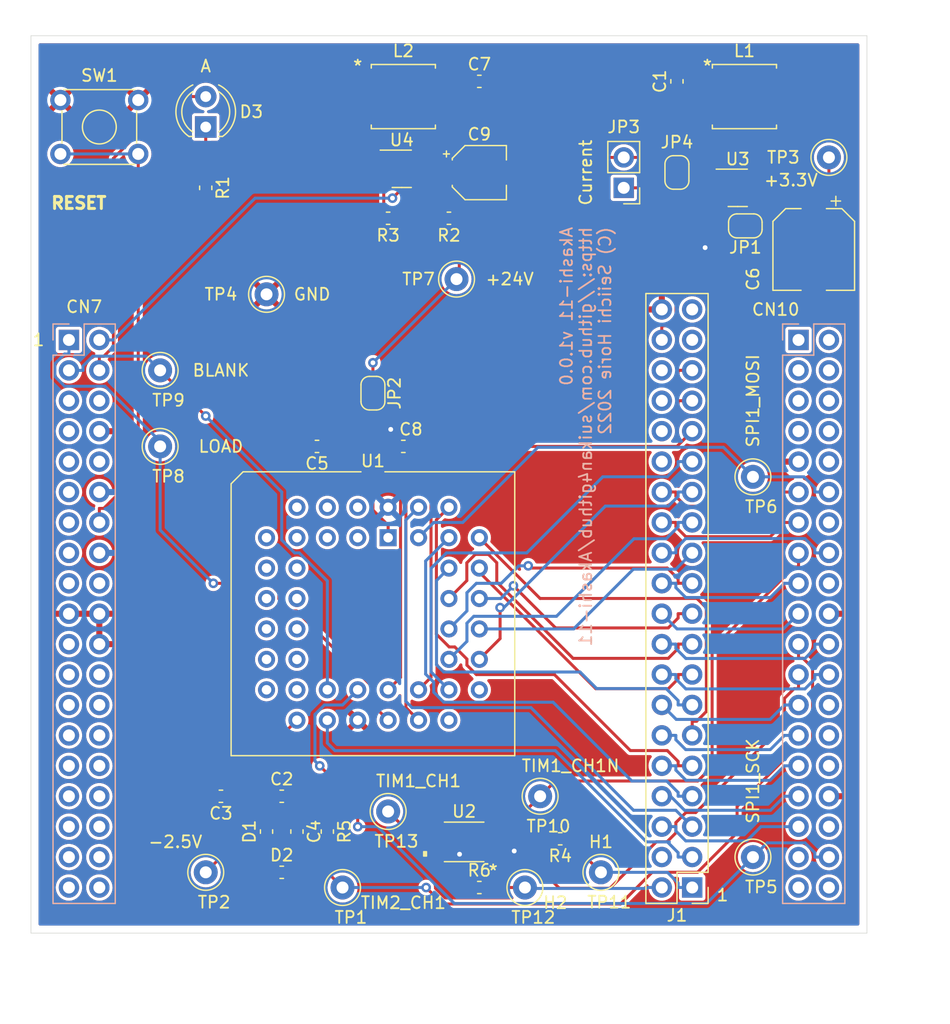
<source format=kicad_pcb>
(kicad_pcb (version 20211014) (generator pcbnew)
  (layers (0 "F.Cu" signal) (31 "B.Cu" signal) (34 "B.Paste" user) (35 "F.Paste" user) (36 "B.SilkS" user "B.Silkscreen") (37 "F.SilkS" user "F.Silkscreen") (38 "B.Mask" user) (39 "F.Mask" user) (44 "Edge.Cuts" user))
  (net 0 "")
  (net 1 "+BATT")
  (net 2 "GND")
  (net 3 "-2V5")
  (net 4 "/EN24")
  (net 8 "Net-(C4-Pad1)")
  (net 12 "Net-(C4-Pad2)")
  (net 14 "+24V")
  (net 16 "+3V3")
  (net 19 "/LOAD")
  (net 20 "/STATUS")
  (net 22 "/BLANK")
  (net 47 "Net-(CN7-Pad14)")
  (net 49 "/D0")
  (net 50 "/SPI1_MOSI")
  (net 51 "/D1")
  (net 53 "/TIM1_CH1N")
  (net 54 "/D2")
  (net 55 "/D3")
  (net 57 "/D4")
  (net 58 "/TIM1_CH2")
  (net 59 "/D5")
  (net 60 "/TIM1_CH1")
  (net 61 "/D6")
  (net 62 "/D7")
  (net 63 "/D8")
  (net 65 "/KEY3")
  (net 67 "/KEY2")
  (net 69 "/KEY1")
  (net 70 "/SPI1_SCK")
  (net 71 "Net-(D3-Pad1)")
  (net 74 "/H1")
  (net 77 "/H2")
  (net 78 "/Seg_a")
  (net 80 "/Seg_g")
  (net 81 "/Seg_f")
  (net 82 "/Seg_e")
  (net 83 "/Seg_d")
  (net 84 "/DP")
  (net 85 "/Seg_c")
  (net 88 "/Seg_b")
  (net 93 "Net-(L1-Pad2)")
  (net 94 "Net-(L2-Pad2)")
  (net 95 "Net-(R2-Pad2)")
  (net 96 "Net-(R4-Pad2)")
  (net 118 "/KD0")
  (net 119 "/KD1")
  (net 120 "/KD2")
  (net 121 "/KD3")
  (net 122 "/KD4")
  (net 123 "/KD5")
  (net 124 "/KD6")
  (net 125 "/KD7")
  (net 126 "/KD8")
  (net 127 "Net-(C6-Pad1)")
  (net 128 "Net-(C9-Pad1)")
  (net 129 "Net-(J1-Pad38)")
  (net 130 "Net-(R6-Pad1)")
  (footprint "Capacitor_SMD:C_0603_1608Metric_Pad1.08x0.95mm_HandSolder" (layer "F.Cu") (at 140.1075 69.85 180)
    (fp_text reference "C5")
    (fp_text value "0.1u")
  )
  (footprint "Capacitor_SMD:C_0603_1608Metric_Pad1.08x0.95mm_HandSolder" (layer "F.Cu") (at 130.81 48.26 -90)
    (fp_text reference "R1")
    (fp_text value "1k")
  )
  (footprint "Capacitor_SMD:C_0603_1608Metric_Pad1.08x0.95mm_HandSolder" (layer "F.Cu") (at 146.05 50.8 180)
    (fp_text reference "R3")
    (fp_text value "2.15k")
  )
  (footprint "TestPoint:TestPoint_Loop_D1.80mm_Drill1.0mm_Beaded" (layer "F.Cu") (at 158.75 99.06)
    (fp_text reference "TP10")
    (fp_text value "TestPoint")
  )
  (footprint "Capacitor_SMD:C_0603_1608Metric_Pad1.08x0.95mm_HandSolder" (layer "F.Cu") (at 153.67 39.37)
    (fp_text reference "C7")
    (fp_text value "0.1u")
  )
  (footprint "Capacitor_SMD:C_0603_1608Metric_Pad1.08x0.95mm_HandSolder" (layer "F.Cu") (at 160.4275 102.61 180)
    (fp_text reference "R4")
    (fp_text value "18")
  )
  (footprint "TestPoint:TestPoint_Loop_D1.80mm_Drill1.0mm_Beaded" (layer "F.Cu") (at 130.81 105.41)
    (fp_text reference "TP2")
    (fp_text value "TestPoint")
  )
  (footprint "Package_TO_SOT_SMD:SOT-23-6" (layer "F.Cu") (at 147.1875 46.67)
    (fp_text reference "U4")
    (fp_text value "TLV61046ADB")
  )
  (footprint "TestPoint:TestPoint_Loop_D1.80mm_Drill1.0mm_Beaded" (layer "F.Cu") (at 127 63.5)
    (fp_text reference "TP9")
    (fp_text value "TestPoint")
  )
  (footprint "Package_TO_SOT_SMD:SOT-23-5" (layer "F.Cu") (at 175.26 48.26)
    (fp_text reference "U3")
    (fp_text value "TPS613221ADBV")
  )
  (footprint "LOCAL_LIB:LQH5BPN100M38L" (layer "F.Cu") (at 147.32 40.64 180)
    (fp_text reference "L2")
    (fp_text value "10u" hide)
  )
  (footprint "TestPoint:TestPoint_Loop_D1.80mm_Drill1.0mm_Beaded" (layer "F.Cu") (at 146.05 100.33)
    (fp_text reference "TP13")
    (fp_text value "TestPoint")
  )
  (footprint "TestPoint:TestPoint_Loop_D1.80mm_Drill1.0mm_Beaded" (layer "F.Cu") (at 157.48 106.68)
    (fp_text reference "TP12")
    (fp_text value "TestPoint")
  )
  (footprint "TestPoint:TestPoint_Loop_D1.80mm_Drill1.0mm_Beaded" (layer "F.Cu") (at 151.765 55.88)
    (fp_text reference "TP7")
    (fp_text value "TestPoint")
  )
  (footprint "Capacitor_SMD:C_0603_1608Metric_Pad1.08x0.95mm_HandSolder" (layer "F.Cu") (at 137.16 99.06)
    (fp_text reference "C2")
    (fp_text value "1u")
  )
  (footprint "Capacitor_SMD:CP_Elec_6.3x3" (layer "F.Cu") (at 181.61 53.4049 -90)
    (fp_text reference "C6")
    (fp_text value "22u")
  )
  (footprint "Jumper:SolderJumper-2_P1.3mm_Bridged_RoundedPad1.0x1.5mm" (layer "F.Cu") (at 175.895 51.435 180)
    (fp_text reference "JP1")
    (fp_text value "Jumper_2_Bridged")
  )
  (footprint "Connector_PinHeader_2.54mm:PinHeader_2x20_P2.54mm_Vertical" (layer "F.Cu") (at 171.455 106.675 180)
    (fp_text reference "J1")
    (fp_text value "Conn_02x20_Odd_Even")
  )
  (footprint "Capacitor_SMD:C_0603_1608Metric_Pad1.08x0.95mm_HandSolder" (layer "F.Cu") (at 140.97 102.0075 -90)
    (fp_text reference "R5")
    (fp_text value "330")
  )
  (footprint "Capacitor_SMD:C_0603_1608Metric_Pad1.08x0.95mm_HandSolder" (layer "F.Cu") (at 138.43 102.0075 -90)
    (fp_text reference "C4")
    (fp_text value "1u")
  )
  (footprint "Capacitor_SMD:C_0603_1608Metric_Pad1.08x0.95mm_HandSolder" (layer "F.Cu") (at 170.18 39.37 90)
    (fp_text reference "C1")
    (fp_text value "0.1u")
  )
  (footprint "Capacitor_SMD:C_0603_1608Metric_Pad1.08x0.95mm_HandSolder" (layer "F.Cu") (at 137.16 105.41)
    (fp_text reference "D2")
    (fp_text value "D_Schottky")
  )
  (footprint "Capacitor_SMD:C_0603_1608Metric_Pad1.08x0.95mm_HandSolder" (layer "F.Cu") (at 151.13 50.8 180)
    (fp_text reference "R2")
    (fp_text value "61.9k")
  )
  (footprint "LED_THT:LED_D4.0mm" (layer "F.Cu") (at 130.81 43.18 90)
    (fp_text reference "D3")
    (fp_text value "LED")
  )
  (footprint "Capacitor_SMD:C_0603_1608Metric_Pad1.08x0.95mm_HandSolder" (layer "F.Cu") (at 147.32 69.85)
    (fp_text reference "C8")
    (fp_text value "0.1u")
  )
  (footprint "Capacitor_SMD:C_0603_1608Metric_Pad1.08x0.95mm_HandSolder" (layer "F.Cu") (at 153.67 106.68)
    (fp_text reference "R6")
    (fp_text value "18")
  )
  (footprint "LOCAL_LIB:MAX4719EUB" (layer "F.Cu") (at 152.4 102.87 180)
    (fp_text reference "U2")
    (fp_text value "MAX4719EUB+" hide)
  )
  (footprint "TestPoint:TestPoint_Loop_D1.80mm_Drill1.0mm_Beaded" (layer "F.Cu") (at 135.89 57.15)
    (fp_text reference "TP4")
    (fp_text value "TestPoint")
  )
  (footprint "TestPoint:TestPoint_Loop_D1.80mm_Drill1.0mm_Beaded" (layer "F.Cu") (at 176.53 104.14)
    (fp_text reference "TP5")
    (fp_text value "TestPoint")
  )
  (footprint "Connector_PinHeader_2.54mm:PinHeader_1x02_P2.54mm_Vertical" (layer "F.Cu") (at 165.735 48.26 180)
    (fp_text reference "JP3")
    (fp_text value "Jumper_2_Open")
  )
  (footprint "Capacitor_SMD:CP_Elec_4x3.9" (layer "F.Cu") (at 153.67 46.99)
    (fp_text reference "C9")
    (fp_text value "10u")
  )
  (footprint "Capacitor_SMD:C_0603_1608Metric_Pad1.08x0.95mm_HandSolder" (layer "F.Cu") (at 135.89 102.0075 90)
    (fp_text reference "D1")
    (fp_text value "D_Schottky")
  )
  (footprint "TestPoint:TestPoint_Loop_D1.80mm_Drill1.0mm_Beaded" (layer "F.Cu") (at 182.88 45.72)
    (fp_text reference "TP3")
    (fp_text value "TestPoint")
  )
  (footprint "LOCAL_LIB:LQH5BPN100M38L" (layer "F.Cu") (at 175.8188 40.64)
    (fp_text reference "L1")
    (fp_text value "4.7u" hide)
  )
  (footprint "Capacitor_SMD:C_0603_1608Metric_Pad1.08x0.95mm_HandSolder" (layer "F.Cu") (at 132.08 99.06 180)
    (fp_text reference "C3")
    (fp_text value "0.1u")
  )
  (footprint "TestPoint:TestPoint_Loop_D1.80mm_Drill1.0mm_Beaded" (layer "F.Cu") (at 176.53 72.39)
    (fp_text reference "TP6")
    (fp_text value "TestPoint")
  )
  (footprint "Jumper:SolderJumper-2_P1.3mm_Bridged_RoundedPad1.0x1.5mm" (layer "F.Cu") (at 170.18 46.975 90)
    (fp_text reference "JP4")
    (fp_text value "SolderJumper_2_Bridged")
  )
  (footprint "Package_LCC:PLCC-44_THT-Socket" (layer "F.Cu") (at 146.05 77.47)
    (fp_text reference "U1")
    (fp_text value "MAX6934AQH+D")
  )
  (footprint "TestPoint:TestPoint_Loop_D1.80mm_Drill1.0mm_Beaded" (layer "F.Cu") (at 163.83 105.41)
    (fp_text reference "TP11")
    (fp_text value "TestPoint")
  )
  (footprint "TestPoint:TestPoint_Loop_D1.80mm_Drill1.0mm_Beaded" (layer "F.Cu") (at 127 69.85)
    (fp_text reference "TP8")
    (fp_text value "TestPoint")
  )
  (footprint "Button_Switch_THT:SW_TH_Tactile_Omron_B3F-10xx" (layer "F.Cu") (at 118.67 40.93)
    (fp_text reference "SW1")
    (fp_text value "SW")
  )
  (footprint "TestPoint:TestPoint_Loop_D1.80mm_Drill1.0mm_Beaded" (layer "F.Cu") (at 142.24 106.68)
    (fp_text reference "TP1")
    (fp_text value "TestPoint")
  )
  (footprint "Jumper:SolderJumper-2_P1.3mm_Bridged_RoundedPad1.0x1.5mm" (layer "F.Cu") (at 144.78 65.405 -90)
    (fp_text reference "JP2")
    (fp_text value "Jumper_2_Bridged")
  )
  (footprint "Connector_PinSocket_2.54mm:PinSocket_2x19_P2.54mm_Vertical" (layer "B.Cu") (at 180.34 60.96 180)
    (fp_text reference "CN10")
    (fp_text value "PPPC192LFBN-RC")
  )
  (footprint "Connector_PinSocket_2.54mm:PinSocket_2x19_P2.54mm_Vertical" (layer "B.Cu") (at 119.38 60.96 180)
    (fp_text reference "CN7")
    (fp_text value "PPPC192LFBN-RC")
  )
  (gr_line (start 186.055 110.49) (end 116.205 110.49) (layer "Edge.Cuts") (width 0.05))
  (gr_line (start 186.055 35.56) (end 186.055 110.49) (layer "Edge.Cuts") (width 0.05))
  (gr_line (start 116.205 35.56) (end 186.055 35.56) (layer "Edge.Cuts") (width 0.05))
  (gr_line (start 116.205 110.49) (end 116.205 35.56) (layer "Edge.Cuts") (width 0.05))
  (gr_text "Akashi-11 v1.0.0\nhttps://github.com/suikan4github/Akashi-11\n(C) Seiichi Horie 2022" (at 162.56 51.435 90) (layer "B.SilkS") (effects (font (size 1 1)) (justify left mirror)))
  (gr_text "1" (at 116.84 60.96) (layer "F.SilkS") (effects (font (size 1 1))))
  (gr_text "SPI1_MOSI" (at 176.53 66.04 90) (layer "F.SilkS") (effects (font (size 1 1))))
  (gr_text "+24V" (at 156.21 55.88) (layer "F.SilkS") (effects (font (size 1 1))))
  (gr_text "-2.5V" (at 128.27 102.87) (layer "F.SilkS") (effects (font (size 1 1))))
  (gr_text "H2" (at 160.02 107.95) (layer "F.SilkS") (effects (font (size 1 1))))
  (gr_text "BLANK" (at 132.08 63.5) (layer "F.SilkS") (effects (font (size 1 1))))
  (gr_text "Current" (at 162.56 46.99 90) (layer "F.SilkS") (effects (font (size 1 1))))
  (gr_text "TIM1_CH1" (at 148.59 97.79) (layer "F.SilkS") (effects (font (size 1 1))))
  (gr_text "+3.3V" (at 179.705 47.625) (layer "F.SilkS") (effects (font (size 1 1))))
  (gr_text "RESET		" (at 123.825 49.53) (layer "F.SilkS") (effects (font (size 1 1) (thickness 0.25))))
  (gr_text "LOAD" (at 132.08 69.85) (layer "F.SilkS") (effects (font (size 1 1))))
  (gr_text "SPI1_SCK" (at 176.53 97.79 90) (layer "F.SilkS") (effects (font (size 1 1))))
  (gr_text "TIM2_CH1" (at 147.32 107.95) (layer "F.SilkS") (effects (font (size 1 1))))
  (gr_text "H1" (at 163.83 102.87) (layer "F.SilkS") (effects (font (size 1 1))))
  (gr_text "A" (at 130.81 38.1) (layer "F.SilkS") (effects (font (size 1 1))))
  (gr_text "1" (at 173.99 107.315) (layer "F.SilkS") (effects (font (size 1 1))))
  (gr_text "TIM1_CH1N" (at 161.29 96.52) (layer "F.SilkS") (effects (font (size 1 1))))
  (gr_text "GND" (at 139.7 57.15) (layer "F.SilkS") (effects (font (size 1 1))))
  (segment (start 170.18 45.72) (end 166.9101 45.72) (width 0.25) (layer "F.Cu") (net 1))
  (segment (start 149.5708 44.4742) (end 148.325 45.72) (width 0.25) (layer "F.Cu") (net 1))
  (segment (start 170.18 46.325) (end 170.18 45.72) (width 0.25) (layer "F.Cu") (net 1))
  (segment (start 152.8075 39.37) (end 152.515 39.37) (width 0.25) (layer "F.Cu") (net 1))
  (segment (start 170.18 45.72) (end 170.18 40.64) (width 0.25) (layer "F.Cu") (net 1))
  (segment (start 165.735 45.72) (end 164.5599 45.72) (width 0.25) (layer "F.Cu") (net 1))
  (segment (start 149.5708 40.64) (end 149.5708 44.4742) (width 0.25) (layer "F.Cu") (net 1))
  (segment (start 153.6171 38.5604) (end 152.8075 39.37) (width 0.25) (layer "F.Cu") (net 1))
  (segment (start 170.18 40.64) (end 170.18 40.2325) (width 0.25) (layer "F.Cu") (net 1))
  (segment (start 149.5708 40.64) (end 151.245 40.64) (width 0.25) (layer "F.Cu") (net 1))
  (segment (start 152.515 39.37) (end 151.245 40.64) (width 0.25) (layer "F.Cu") (net 1))
  (segment (start 165.735 45.72) (end 166.9101 45.72) (width 0.25) (layer "F.Cu") (net 1))
  (segment (start 164.5599 45.72) (end 157.4003 38.5604) (width 0.25) (layer "F.Cu") (net 1))
  (segment (start 157.4003 38.5604) (end 153.6171 38.5604) (width 0.25) (layer "F.Cu") (net 1))
  (segment (start 170.18 40.64) (end 171.8938 40.64) (width 0.25) (layer "F.Cu") (net 1))
  (segment (start 173.568 40.64) (end 171.8938 40.64) (width 0.25) (layer "F.Cu") (net 1))
  (segment (start 135.89 101.145) (end 135.075 101.145) (width 0.25) (layer "F.Cu") (net 3))
  (segment (start 136.2975 94.8425) (end 136.2975 99.06) (width 0.25) (layer "F.Cu") (net 3))
  (segment (start 136.2975 99.06) (end 135.89 99.4675) (width 0.25) (layer "F.Cu") (net 3))
  (segment (start 135.0513 101.1687) (end 130.81 105.41) (width 0.25) (layer "F.Cu") (net 3))
  (segment (start 132.9425 99.06) (end 135.0513 101.1687) (width 0.25) (layer "F.Cu") (net 3))
  (segment (start 135.075 101.145) (end 135.0513 101.1687) (width 0.25) (layer "F.Cu") (net 3))
  (segment (start 138.43 92.71) (end 136.2975 94.8425) (width 0.25) (layer "F.Cu") (net 3))
  (segment (start 135.89 99.4675) (end 135.89 101.145) (width 0.25) (layer "F.Cu") (net 3))
  (segment (start 147.9148 47.62) (end 148.325 47.62) (width 0.25) (layer "F.Cu") (net 4))
  (segment (start 146.4125 49.1223) (end 147.9148 47.62) (width 0.25) (layer "F.Cu") (net 4))
  (via (at 146.4125 49.1223) (size 0.8) (drill 0.4) (layers "F.Cu" "B.Cu") (net 4))
  (segment (start 123.0951 60.96) (end 134.9328 49.1223) (width 0.25) (layer "B.Cu") (net 4))
  (segment (start 134.9328 49.1223) (end 146.4125 49.1223) (width 0.25) (layer "B.Cu") (net 4))
  (segment (start 121.92 60.96) (end 123.0951 60.96) (width 0.25) (layer "B.Cu") (net 4))
  (segment (start 138.43 101.145) (end 140.97 101.145) (width 0.25) (layer "F.Cu") (net 8))
  (segment (start 138.0225 104.0041) (end 137.6592 103.6408) (width 0.25) (layer "F.Cu") (net 12))
  (segment (start 138.0225 105.41) (end 138.0225 104.0041) (width 0.25) (layer "F.Cu") (net 12))
  (segment (start 135.89 102.87) (end 136.6608 103.6408) (width 0.25) (layer "F.Cu") (net 12))
  (segment (start 136.6608 103.6408) (end 137.6592 103.6408) (width 0.25) (layer "F.Cu") (net 12))
  (segment (start 137.6592 103.6408) (end 138.43 102.87) (width 0.25) (layer "F.Cu") (net 12))
  (segment (start 140.97 69.85) (end 144.78 69.85) (width 0.25) (layer "F.Cu") (net 14))
  (segment (start 144.78 69.85) (end 144.78 66.055) (width 0.25) (layer "F.Cu") (net 14))
  (segment (start 144.78 75.1637) (end 146.05 76.4337) (width 0.25) (layer "F.Cu") (net 14))
  (segment (start 144.78 69.85) (end 144.78 75.1637) (width 0.25) (layer "F.Cu") (net 14))
  (segment (start 146.05 77.47) (end 146.05 76.4337) (width 0.25) (layer "F.Cu") (net 14))
  (segment (start 156.5831 103.6311) (end 155.608 103.6311) (width 0.25) (layer "F.Cu") (net 16))
  (segment (start 154.5717 103.37) (end 155.0717 103.37) (width 0.25) (layer "F.Cu") (net 16))
  (segment (start 155.4566 103.37) (end 155.608 103.5214) (width 0.25) (layer "F.Cu") (net 16))
  (segment (start 172.5347 53.2526) (end 173.4274 53.2526) (width 0.25) (layer "F.Cu") (net 16))
  (segment (start 155.0899 103.37) (end 155.0717 103.37) (width 0.25) (layer "F.Cu") (net 16))
  (segment (start 155.608 103.6311) (end 155.608 103.87) (width 0.25) (layer "F.Cu") (net 16))
  (segment (start 146.2661 68.4277) (end 146.4575 68.6191) (width 0.25) (layer "F.Cu") (net 16))
  (segment (start 152.0167 103.9006) (end 151.2952 103.9006) (width 0.25) (layer "F.Cu") (net 16))
  (segment (start 155.608 103.5214) (end 155.608 103.6311) (width 0.25) (layer "F.Cu") (net 16))
  (segment (start 146.4575 68.6191) (end 146.4575 69.85) (width 0.25) (layer "F.Cu") (net 16))
  (segment (start 150.2283 103.87) (end 151.2646 103.87) (width 0.25) (layer "F.Cu") (net 16))
  (segment (start 154.5717 103.87) (end 155.608 103.87) (width 0.25) (layer "F.Cu") (net 16))
  (segment (start 151.2952 103.9006) (end 151.2646 103.87) (width 0.25) (layer "F.Cu") (net 16))
  (segment (start 173.4274 53.2526) (end 175.245 51.435) (width 0.25) (layer "F.Cu") (net 16))
  (segment (start 155.0899 103.37) (end 155.4566 103.37) (width 0.25) (layer "F.Cu") (net 16))
  (via (at 146.2661 68.4277) (size 0.8) (drill 0.4) (layers "F.Cu" "B.Cu") (net 16))
  (via (at 156.5831 103.6311) (size 0.8) (drill 0.4) (layers "F.Cu" "B.Cu") (net 16))
  (via (at 172.5347 53.2526) (size 0.8) (drill 0.4) (layers "F.Cu" "B.Cu") (net 16))
  (via (at 152.0167 103.9006) (size 0.8) (drill 0.4) (layers "F.Cu" "B.Cu") (net 16))
  (segment (start 137.93 83.5864) (end 136.9264 82.5828) (width 0.25) (layer "F.Cu") (net 19))
  (segment (start 138.3921 83.5864) (end 137.93 83.5864) (width 0.25) (layer "F.Cu") (net 19))
  (segment (start 146.05 92.71) (end 144.78 91.44) (width 0.25) (layer "F.Cu") (net 19))
  (segment (start 144.78 91.44) (end 144.78 89.9743) (width 0.25) (layer "F.Cu") (net 19))
  (segment (start 136.9264 82.0659) (end 136.1405 81.28) (width 0.25) (layer "F.Cu") (net 19))
  (segment (start 136.9264 82.5828) (end 136.9264 82.0659) (width 0.25) (layer "F.Cu") (net 19))
  (segment (start 135.89 81.28) (end 131.445 81.28) (width 0.25) (layer "F.Cu") (net 19))
  (segment (start 136.1405 81.28) (end 135.89 81.28) (width 0.25) (layer "F.Cu") (net 19))
  (segment (start 144.78 89.9743) (end 138.3921 83.5864) (width 0.25) (layer "F.Cu") (net 19))
  (via (at 131.445 81.28) (size 0.8) (drill 0.4) (layers "F.Cu" "B.Cu") (net 19))
  (segment (start 119.0245 64.8252) (end 122.3952 64.8252) (width 0.25) (layer "B.Cu") (net 19))
  (segment (start 119.0128 62.1351) (end 118.2045 62.9434) (width 0.25) (layer "B.Cu") (net 19))
  (segment (start 127 69.43) (end 127 69.85) (width 0.25) (layer "B.Cu") (net 19))
  (segment (start 118.2045 64.0052) (end 119.0245 64.8252) (width 0.25) (layer "B.Cu") (net 19))
  (segment (start 127 76.835) (end 127 69.85) (width 0.25) (layer "B.Cu") (net 19))
  (segment (start 122.3952 64.8252) (end 127 69.43) (width 0.25) (layer "B.Cu") (net 19))
  (segment (start 119.38 62.1351) (end 119.0128 62.1351) (width 0.25) (layer "B.Cu") (net 19))
  (segment (start 131.445 81.28) (end 127 76.835) (width 0.25) (layer "B.Cu") (net 19))
  (segment (start 119.38 60.96) (end 119.38 62.1351) (width 0.25) (layer "B.Cu") (net 19))
  (segment (start 118.2045 62.9434) (end 118.2045 64.0052) (width 0.25) (layer "B.Cu") (net 19))
  (segment (start 121.92 63.5) (end 121.92 62.3249) (width 0.25) (layer "F.Cu") (net 20))
  (segment (start 128.2506 40.64) (end 130.81 40.64) (width 0.25) (layer "F.Cu") (net 20))
  (segment (start 123.0951 61.5171) (end 123.0951 45.7955) (width 0.25) (layer "F.Cu") (net 20))
  (segment (start 123.0951 45.7955) (end 128.2506 40.64) (width 0.25) (layer "F.Cu") (net 20))
  (segment (start 122.2873 62.3249) (end 123.0951 61.5171) (width 0.25) (layer "F.Cu") (net 20))
  (segment (start 121.92 62.3249) (end 122.2873 62.3249) (width 0.25) (layer "F.Cu") (net 20))
  (segment (start 127 63.5) (end 130.81 67.31) (width 0.25) (layer "F.Cu") (net 22))
  (via (at 130.81 67.31) (size 0.8) (drill 0.4) (layers "F.Cu" "B.Cu") (net 22))
  (segment (start 140.97 90.17) (end 140.97 81.085282) (width 0.25) (layer "B.Cu") (net 22))
  (segment (start 120.5551 63.1328) (end 121.3728 62.3151) (width 0.25) (layer "B.Cu") (net 22))
  (segment (start 137.16 73.66) (end 130.81 67.31) (width 0.25) (layer "B.Cu") (net 22))
  (segment (start 138.235282 78.74) (end 137.16 77.664718) (width 0.25) (layer "B.Cu") (net 22))
  (segment (start 120.5551 63.5) (end 120.5551 63.1328) (width 0.25) (layer "B.Cu") (net 22))
  (segment (start 137.16 77.664718) (end 137.16 73.66) (width 0.25) (layer "B.Cu") (net 22))
  (segment (start 140.97 81.085282) (end 138.624718 78.74) (width 0.25) (layer "B.Cu") (net 22))
  (segment (start 119.38 63.5) (end 120.5551 63.5) (width 0.25) (layer "B.Cu") (net 22))
  (segment (start 138.624718 78.74) (end 138.235282 78.74) (width 0.25) (layer "B.Cu") (net 22))
  (segment (start 125.8151 62.3151) (end 127 63.5) (width 0.25) (layer "B.Cu") (net 22))
  (segment (start 121.3728 62.3151) (end 125.8151 62.3151) (width 0.25) (layer "B.Cu") (net 22))
  (segment (start 125.17 72.1421) (end 125.17 45.43) (width 0.25) (layer "F.Cu") (net 47))
  (segment (start 121.92 75.0249) (end 122.2872 75.0249) (width 0.25) (layer "F.Cu") (net 47))
  (segment (start 121.92 76.2) (end 121.92 75.0249) (width 0.25) (layer "F.Cu") (net 47))
  (segment (start 122.2872 75.0249) (end 125.17 72.1421) (width 0.25) (layer "F.Cu") (net 47))
  (segment (start 125.17 45.43) (end 118.67 45.43) (width 0.25) (layer "B.Cu") (net 47))
  (segment (start 147.0864 74.2091) (end 156.5305 64.765) (width 0.25) (layer "F.Cu") (net 49))
  (segment (start 146.05 90.17) (end 147.0864 89.1336) (width 0.25) (layer "F.Cu") (net 49))
  (segment (start 156.5305 64.765) (end 169.3751 64.765) (width 0.25) (layer "F.Cu") (net 49))
  (segment (start 147.0864 89.1336) (end 147.0864 74.2091) (width 0.25) (layer "F.Cu") (net 49))
  (segment (start 171.455 63.495) (end 170.2799 63.495) (width 0.25) (layer "F.Cu") (net 49))
  (segment (start 170.2799 63.8602) (end 170.2799 63.495) (width 0.25) (layer "F.Cu") (net 49))
  (segment (start 169.3751 64.765) (end 170.2799 63.8602) (width 0.25) (layer "F.Cu") (net 49))
  (segment (start 180.8021 72.39) (end 176.53 72.39) (width 0.25) (layer "B.Cu") (net 50))
  (segment (start 181.7049 73.2928) (end 180.8021 72.39) (width 0.25) (layer "B.Cu") (net 50))
  (segment (start 149.86 76.2) (end 148.59 77.47) (width 0.25) (layer "B.Cu") (net 50))
  (segment (start 176.53 72.39) (end 174.0639 69.9239) (width 0.25) (layer "B.Cu") (net 50))
  (segment (start 152.2823 76.2) (end 149.86 76.2) (width 0.25) (layer "B.Cu") (net 50))
  (segment (start 174.0639 69.9239) (end 158.5584 69.9239) (width 0.25) (layer "B.Cu") (net 50))
  (segment (start 181.7049 73.66) (end 181.7049 73.2928) (width 0.25) (layer "B.Cu") (net 50))
  (segment (start 182.88 73.66) (end 181.7049 73.66) (width 0.25) (layer "B.Cu") (net 50))
  (segment (start 158.5584 69.9239) (end 152.2823 76.2) (width 0.25) (layer "B.Cu") (net 50))
  (segment (start 148.59 90.17) (end 149.6322 89.1278) (width 0.25) (layer "F.Cu") (net 51))
  (segment (start 149.6322 74.5228) (end 154.305 69.85) (width 0.25) (layer "F.Cu") (net 51))
  (segment (start 154.305 69.85) (end 170.18 69.85) (width 0.25) (layer "F.Cu") (net 51))
  (segment (start 170.18 69.85) (end 171.455 68.575) (width 0.25) (layer "F.Cu") (net 51))
  (segment (start 149.6322 89.1278) (end 149.6322 74.5228) (width 0.25) (layer "F.Cu") (net 51))
  (segment (start 180.34 79.9151) (end 179.9728 79.9151) (width 0.25) (layer "F.Cu") (net 53))
  (segment (start 173.1189 96.5845) (end 171.9184 97.785) (width 0.25) (layer "F.Cu") (net 53))
  (segment (start 160.025 97.785) (end 158.75 99.06) (width 0.25) (layer "F.Cu") (net 53))
  (segment (start 180.34 78.74) (end 180.34 79.9151) (width 0.25) (layer "F.Cu") (net 53))
  (segment (start 171.9184 97.785) (end 160.025 97.785) (width 0.25) (layer "F.Cu") (net 53))
  (segment (start 154.5717 102.37) (end 155.608 102.37) (width 0.25) (layer "F.Cu") (net 53))
  (segment (start 179.9728 79.9151) (end 173.1189 86.769) (width 0.25) (layer "F.Cu") (net 53))
  (segment (start 155.608 102.202) (end 155.608 102.37) (width 0.25) (layer "F.Cu") (net 53))
  (segment (start 173.1189 86.769) (end 173.1189 96.5845) (width 0.25) (layer "F.Cu") (net 53))
  (segment (start 158.75 99.06) (end 155.608 102.202) (width 0.25) (layer "F.Cu") (net 53))
  (segment (start 153.67 87.63) (end 155.4036 85.8964) (width 0.25) (layer "F.Cu") (net 54))
  (segment (start 155.4036 85.8964) (end 155.4036 83.3089) (width 0.25) (layer "F.Cu") (net 54))
  (via (at 155.4036 83.3089) (size 0.8) (drill 0.4) (layers "F.Cu" "B.Cu") (net 54))
  (segment (start 155.4036 83.3089) (end 155.724 83.3089) (width 0.25) (layer "B.Cu") (net 54))
  (segment (start 170.2799 74.0223) (end 170.2799 73.655) (width 0.25) (layer "B.Cu") (net 54))
  (segment (start 169.4721 74.8301) (end 170.2799 74.0223) (width 0.25) (layer "B.Cu") (net 54))
  (segment (start 171.455 73.655) (end 170.2799 73.655) (width 0.25) (layer "B.Cu") (net 54))
  (segment (start 164.2028 74.8301) (end 169.4721 74.8301) (width 0.25) (layer "B.Cu") (net 54))
  (segment (start 155.724 83.3089) (end 164.2028 74.8301) (width 0.25) (layer "B.Cu") (net 54))
  (segment (start 153.67 85.09) (end 161.548 85.09) (width 0.25) (layer "B.Cu") (net 55))
  (segment (start 166.5382 80.0998) (end 170.0902 80.0998) (width 0.25) (layer "B.Cu") (net 55))
  (segment (start 170.0902 80.0998) (end 171.455 78.735) (width 0.25) (layer "B.Cu") (net 55))
  (segment (start 161.548 85.09) (end 166.5382 80.0998) (width 0.25) (layer "B.Cu") (net 55))
  (segment (start 170.2799 84.1802) (end 170.2799 83.815) (width 0.25) (layer "F.Cu") (net 57))
  (segment (start 160.0399 85.0056) (end 169.4545 85.0056) (width 0.25) (layer "F.Cu") (net 57))
  (segment (start 156.5209 81.4866) (end 160.0399 85.0056) (width 0.25) (layer "F.Cu") (net 57))
  (segment (start 169.4545 85.0056) (end 170.2799 84.1802) (width 0.25) (layer "F.Cu") (net 57))
  (segment (start 171.455 83.815) (end 170.2799 83.815) (width 0.25) (layer "F.Cu") (net 57))
  (via (at 156.5209 81.4866) (size 0.8) (drill 0.4) (layers "F.Cu" "B.Cu") (net 57))
  (segment (start 153.67 82.55) (end 155.4575 82.55) (width 0.25) (layer "B.Cu") (net 57))
  (segment (start 155.4575 82.55) (end 156.5209 81.4866) (width 0.25) (layer "B.Cu") (net 57))
  (segment (start 180.7709 95.25) (end 179.8675 95.25) (width 0.25) (layer "F.Cu") (net 58))
  (segment (start 181.5152 88.3431) (end 181.5152 94.5057) (width 0.25) (layer "F.Cu") (net 58))
  (segment (start 150.5984 108.0534) (end 149.225 106.68) (width 0.25) (layer "F.Cu") (net 58))
  (segment (start 165.4622 108.0534) (end 150.5984 108.0534) (width 0.25) (layer "F.Cu") (net 58))
  (segment (start 175.2048 102.1054) (end 171.9052 105.405) (width 0.25) (layer "F.Cu") (net 58))
  (segment (start 180.7072 87.5351) (end 181.5152 88.3431) (width 0.25) (layer "F.Cu") (net 58))
  (segment (start 168.1106 105.405) (end 165.4622 108.0534) (width 0.25) (layer "F.Cu") (net 58))
  (segment (start 175.2048 99.9127) (end 175.2048 102.1054) (width 0.25) (layer "F.Cu") (net 58))
  (segment (start 140.97 105.41) (end 140.97 102.87) (width 0.25) (layer "F.Cu") (net 58))
  (segment (start 180.34 87.5351) (end 180.7072 87.5351) (width 0.25) (layer "F.Cu") (net 58))
  (segment (start 181.5152 94.5057) (end 180.7709 95.25) (width 0.25) (layer "F.Cu") (net 58))
  (segment (start 171.9052 105.405) (end 168.1106 105.405) (width 0.25) (layer "F.Cu") (net 58))
  (segment (start 180.34 86.36) (end 180.34 87.5351) (width 0.25) (layer "F.Cu") (net 58))
  (segment (start 179.8675 95.25) (end 175.2048 99.9127) (width 0.25) (layer "F.Cu") (net 58))
  (segment (start 142.24 106.68) (end 140.97 105.41) (width 0.25) (layer "F.Cu") (net 58))
  (via (at 149.225 106.68) (size 0.8) (drill 0.4) (layers "F.Cu" "B.Cu") (net 58))
  (segment (start 149.225 106.68) (end 142.24 106.68) (width 0.25) (layer "B.Cu") (net 58))
  (segment (start 171.455 86.355) (end 170.2799 86.355) (width 0.25) (layer "F.Cu") (net 59))
  (segment (start 155.1278 79.563518) (end 154.432 78.867718) (width 0.25) (layer "F.Cu") (net 59))
  (segment (start 152.625 79.5694) (end 152.625 81.055) (width 0.25) (layer "F.Cu") (net 59))
  (segment (start 154.432 78.867718) (end 153.326682 78.867718) (width 0.25) (layer "F.Cu") (net 59))
  (segment (start 170.2799 86.7202) (end 169.4545 87.5456) (width 0.25) (layer "F.Cu") (net 59))
  (segment (start 153.326682 78.867718) (end 152.625 79.5694) (width 0.25) (layer "F.Cu") (net 59))
  (segment (start 169.4545 87.5456) (end 161.5012 87.5456) (width 0.25) (layer "F.Cu") (net 59))
  (segment (start 170.2799 86.355) (end 170.2799 86.7202) (width 0.25) (layer "F.Cu") (net 59))
  (segment (start 161.5012 87.5456) (end 155.1278 81.1722) (width 0.25) (layer "F.Cu") (net 59))
  (segment (start 152.625 81.055) (end 151.13 82.55) (width 0.25) (layer "F.Cu") (net 59))
  (segment (start 155.1278 81.1722) (end 155.1278 79.563518) (width 0.25) (layer "F.Cu") (net 59))
  (segment (start 170.9293 100.4198) (end 170.0902 101.2589) (width 0.25) (layer "F.Cu") (net 60))
  (segment (start 164.582 106.7453) (end 160.3614 106.7453) (width 0.25) (layer "F.Cu") (net 60))
  (segment (start 148.59 102.87) (end 146.05 100.33) (width 0.25) (layer "F.Cu") (net 60))
  (segment (start 150.2283 102.87) (end 148.59 102.87) (width 0.25) (layer "F.Cu") (net 60))
  (segment (start 170.0902 101.2589) (end 170.0902 102.1207) (width 0.25) (layer "F.Cu") (net 60))
  (segment (start 153.5338 104.3922) (end 152.0116 102.87) (width 0.25) (layer "F.Cu") (net 60))
  (segment (start 152.0116 102.87) (end 150.2283 102.87) (width 0.25) (layer "F.Cu") (net 60))
  (segment (start 179.1649 93.0075) (end 171.7526 100.4198) (width 0.25) (layer "F.Cu") (net 60))
  (segment (start 180.34 88.9) (end 180.34 90.0751) (width 0.25) (layer "F.Cu") (net 60))
  (segment (start 160.3614 106.7453) (end 158.0083 104.3922) (width 0.25) (layer "F.Cu") (net 60))
  (segment (start 171.7526 100.4198) (end 170.9293 100.4198) (width 0.25) (layer "F.Cu") (net 60))
  (segment (start 170.0902 102.1207) (end 169.3459 102.865) (width 0.25) (layer "F.Cu") (net 60))
  (segment (start 179.9727 90.0751) (end 179.1649 90.8829) (width 0.25) (layer "F.Cu") (net 60))
  (segment (start 158.0083 104.3922) (end 153.5338 104.3922) (width 0.25) (layer "F.Cu") (net 60))
  (segment (start 168.4623 102.865) (end 164.582 106.7453) (width 0.25) (layer "F.Cu") (net 60))
  (segment (start 169.3459 102.865) (end 168.4623 102.865) (width 0.25) (layer "F.Cu") (net 60))
  (segment (start 180.34 90.0751) (end 179.9727 90.0751) (width 0.25) (layer "F.Cu") (net 60))
  (segment (start 179.1649 90.8829) (end 179.1649 93.0075) (width 0.25) (layer "F.Cu") (net 60))
  (segment (start 169.2803 90.0702) (end 163.4727 90.0702) (width 0.25) (layer "B.Cu") (net 61))
  (segment (start 162.0868 88.6843) (end 150.6902 88.6843) (width 0.25) (layer "B.Cu") (net 61))
  (segment (start 150.0916 81.0484) (end 151.13 80.01) (width 0.25) (layer "B.Cu") (net 61))
  (segment (start 150.6902 88.6843) (end 150.0916 88.0857) (width 0.25) (layer "B.Cu") (net 61))
  (segment (start 163.4727 90.0702) (end 162.0868 88.6843) (width 0.25) (layer "B.Cu") (net 61))
  (segment (start 170.2799 91.0698) (end 169.2803 90.0702) (width 0.25) (layer "B.Cu") (net 61))
  (segment (start 150.0916 88.0857) (end 150.0916 81.0484) (width 0.25) (layer "B.Cu") (net 61))
  (segment (start 170.2799 91.435) (end 170.2799 91.0698) (width 0.25) (layer "B.Cu") (net 61))
  (segment (start 171.455 91.435) (end 170.2799 91.435) (width 0.25) (layer "B.Cu") (net 61))
  (segment (start 169.3751 95.245) (end 170.2799 96.1498) (width 0.25) (layer "F.Cu") (net 62))
  (segment (start 150.0824 85.5255) (end 151.1505 86.5936) (width 0.25) (layer "F.Cu") (net 62))
  (segment (start 152.6336 88.114) (end 153.4196 88.9) (width 0.25) (layer "F.Cu") (net 62))
  (segment (start 171.455 96.515) (end 170.2799 96.515) (width 0.25) (layer "F.Cu") (net 62))
  (segment (start 150.0824 75.9776) (end 150.0824 85.5255) (width 0.25) (layer "F.Cu") (net 62))
  (segment (start 153.4196 88.9) (end 159.9436 88.9) (width 0.25) (layer "F.Cu") (net 62))
  (segment (start 151.13 74.93) (end 150.0824 75.9776) (width 0.25) (layer "F.Cu") (net 62))
  (segment (start 170.2799 96.1498) (end 170.2799 96.515) (width 0.25) (layer "F.Cu") (net 62))
  (segment (start 151.1505 86.5936) (end 151.6192 86.5936) (width 0.25) (layer "F.Cu") (net 62))
  (segment (start 152.6336 87.608) (end 152.6336 88.114) (width 0.25) (layer "F.Cu") (net 62))
  (segment (start 166.2886 95.245) (end 169.3751 95.245) (width 0.25) (layer "F.Cu") (net 62))
  (segment (start 159.9436 88.9) (end 166.2886 95.245) (width 0.25) (layer "F.Cu") (net 62))
  (segment (start 151.6192 86.5936) (end 152.6336 87.608) (width 0.25) (layer "F.Cu") (net 62))
  (segment (start 147.5221 91.1341) (end 147.5221 75.9979) (width 0.25) (layer "B.Cu") (net 63))
  (segment (start 171.455 101.595) (end 170.0902 100.2302) (width 0.25) (layer "B.Cu") (net 63))
  (segment (start 148.0466 91.6586) (end 147.5221 91.1341) (width 0.25) (layer "B.Cu") (net 63))
  (segment (start 166.5542 100.2302) (end 157.9826 91.6586) (width 0.25) (layer "B.Cu") (net 63))
  (segment (start 157.9826 91.6586) (end 148.0466 91.6586) (width 0.25) (layer "B.Cu") (net 63))
  (segment (start 147.5221 75.9979) (end 148.59 74.93) (width 0.25) (layer "B.Cu") (net 63))
  (segment (start 170.0902 100.2302) (end 166.5542 100.2302) (width 0.25) (layer "B.Cu") (net 63))
  (segment (start 168.915 96.515) (end 170.0901 96.515) (width 0.25) (layer "B.Cu") (net 65))
  (segment (start 170.9385 97.7287) (end 170.0901 96.8803) (width 0.25) (layer "B.Cu") (net 65))
  (segment (start 180.34 96.52) (end 179.1649 96.52) (width 0.25) (layer "B.Cu") (net 65))
  (segment (start 179.1649 96.52) (end 177.9562 97.7287) (width 0.25) (layer "B.Cu") (net 65))
  (segment (start 170.0901 96.8803) (end 170.0901 96.515) (width 0.25) (layer "B.Cu") (net 65))
  (segment (start 177.9562 97.7287) (end 170.9385 97.7287) (width 0.25) (layer "B.Cu") (net 65))
  (segment (start 180.34 99.06) (end 179.1649 99.06) (width 0.25) (layer "B.Cu") (net 67))
  (segment (start 170.8188 100.2306) (end 169.6432 99.055) (width 0.25) (layer "B.Cu") (net 67))
  (segment (start 169.6432 99.055) (end 168.915 99.055) (width 0.25) (layer "B.Cu") (net 67))
  (segment (start 177.9943 100.2306) (end 170.8188 100.2306) (width 0.25) (layer "B.Cu") (net 67))
  (segment (start 179.1649 99.06) (end 177.9943 100.2306) (width 0.25) (layer "B.Cu") (net 67))
  (segment (start 176.01 102.7859) (end 170.9157 102.7859) (width 0.25) (layer "B.Cu") (net 69))
  (segment (start 170.9157 102.7859) (end 170.0901 101.9603) (width 0.25) (layer "B.Cu") (net 69))
  (segment (start 168.915 101.595) (end 170.0901 101.595) (width 0.25) (layer "B.Cu") (net 69))
  (segment (start 180.34 101.6) (end 177.1959 101.6) (width 0.25) (layer "B.Cu") (net 69))
  (segment (start 170.0901 101.9603) (end 170.0901 101.595) (width 0.25) (layer "B.Cu") (net 69))
  (segment (start 177.1959 101.6) (end 176.01 102.7859) (width 0.25) (layer "B.Cu") (net 69))
  (segment (start 143.51 99.695) (end 143.51 101.6) (width 0.25) (layer "F.Cu") (net 70))
  (segment (start 140.335 96.52) (end 143.51 99.695) (width 0.25) (layer "F.Cu") (net 70))
  (via (at 140.335 96.52) (size 0.8) (drill 0.4) (layers "F.Cu" "B.Cu") (net 70))
  (via (at 143.51 101.6) (size 0.8) (drill 0.4) (layers "F.Cu" "B.Cu") (net 70))
  (segment (start 172.6586 108.0114) (end 176.53 104.14) (width 0.25) (layer "B.Cu") (net 70))
  (segment (start 182.88 104.14) (end 181.7049 104.14) (width 0.25) (layer "B.Cu") (net 70))
  (segment (start 139.9336 96.1186) (end 140.335 96.52) (width 0.25) (layer "B.Cu") (net 70))
  (segment (start 139.9336 92.226) (end 139.9336 96.1186) (width 0.25) (layer "B.Cu") (net 70))
  (segment (start 143.51 101.6) (end 145.169614 101.6) (width 0.25) (layer "B.Cu") (net 70))
  (segment (start 181.7049 103.7728) (end 180.8815 102.9494) (width 0.25) (layer "B.Cu") (net 70))
  (segment (start 180.8815 102.9494) (end 177.7206 102.9494) (width 0.25) (layer "B.Cu") (net 70))
  (segment (start 177.7206 102.9494) (end 176.53 104.14) (width 0.25) (layer "B.Cu") (net 70))
  (segment (start 139.9336 92.226) (end 140.7196 91.44) (width 0.25) (layer "B.Cu") (net 70))
  (segment (start 142.24 91.44) (end 143.51 90.17) (width 0.25) (layer "B.Cu") (net 70))
  (segment (start 181.7049 104.14) (end 181.7049 103.7728) (width 0.25) (layer "B.Cu") (net 70))
  (segment (start 151.581014 108.0114) (end 172.6586 108.0114) (width 0.25) (layer "B.Cu") (net 70))
  (segment (start 145.169614 101.6) (end 151.581014 108.0114) (width 0.25) (layer "B.Cu") (net 70))
  (segment (start 140.7196 91.44) (end 142.24 91.44) (width 0.25) (layer "B.Cu") (net 70))
  (segment (start 130.81 43.18) (end 130.81 47.3975) (width 0.25) (layer "F.Cu") (net 71))
  (segment (start 161.29 102.87) (end 161.29 102.61) (width 0.25) (layer "F.Cu") (net 74))
  (segment (start 163.83 105.41) (end 161.29 102.87) (width 0.25) (layer "F.Cu") (net 74))
  (segment (start 171.455 106.675) (end 170.2799 106.675) (width 0.25) (layer "B.Cu") (net 74))
  (segment (start 170.2799 106.3078) (end 170.2799 106.675) (width 0.25) (layer "B.Cu") (net 74))
  (segment (start 169.3821 105.41) (end 170.2799 106.3078) (width 0.25) (layer "B.Cu") (net 74))
  (segment (start 163.83 105.41) (end 169.3821 105.41) (width 0.25) (layer "B.Cu") (net 74))
  (segment (start 154.5325 106.68) (end 157.48 106.68) (width 0.25) (layer "F.Cu") (net 77))
  (segment (start 168.915 106.675) (end 167.7399 106.675) (width 0.25) (layer "B.Cu") (net 77))
  (segment (start 157.48 106.68) (end 157.558 106.758) (width 0.25) (layer "B.Cu") (net 77))
  (segment (start 167.6569 106.758) (end 167.7399 106.675) (width 0.25) (layer "B.Cu") (net 77))
  (segment (start 157.558 106.758) (end 167.6569 106.758) (width 0.25) (layer "B.Cu") (net 77))
  (segment (start 167.64 102.87) (end 169.545 102.87) (width 0.25) (layer "B.Cu") (net 78))
  (segment (start 140.97 92.71) (end 140.97 94.615) (width 0.25) (layer "B.Cu") (net 78))
  (segment (start 169.3751 102.865) (end 170.2799 103.7698) (width 0.25) (layer "B.Cu") (net 78))
  (segment (start 171.455 104.135) (end 170.2799 104.135) (width 0.25) (layer "B.Cu") (net 78))
  (segment (start 141.605 95.25) (end 160.02 95.25) (width 0.25) (layer "B.Cu") (net 78))
  (segment (start 140.97 94.615) (end 141.605 95.25) (width 0.25) (layer "B.Cu") (net 78))
  (segment (start 170.2799 103.7698) (end 170.2799 104.135) (width 0.25) (layer "B.Cu") (net 78))
  (segment (start 160.02 95.25) (end 167.64 102.87) (width 0.25) (layer "B.Cu") (net 78))
  (segment (start 171.455 99.055) (end 170.2799 99.055) (width 0.25) (layer "B.Cu") (net 80))
  (segment (start 149.86 89.5367) (end 149.86 90.3716) (width 0.25) (layer "B.Cu") (net 80))
  (segment (start 149.1837 79.4163) (end 149.1837 88.8604) (width 0.25) (layer "B.Cu") (net 80))
  (segment (start 169.3232 97.785) (end 170.2799 98.7417) (width 0.25) (layer "B.Cu") (net 80))
  (segment (start 149.86 90.3716) (end 150.6947 91.2063) (width 0.25) (layer "B.Cu") (net 80))
  (segment (start 149.1837 88.8604) (end 149.86 89.5367) (width 0.25) (layer "B.Cu") (net 80))
  (segment (start 151.13 77.47) (end 149.1837 79.4163) (width 0.25) (layer "B.Cu") (net 80))
  (segment (start 159.8305 91.2063) (end 166.4092 97.785) (width 0.25) (layer "B.Cu") (net 80))
  (segment (start 150.6947 91.2063) (end 159.8305 91.2063) (width 0.25) (layer "B.Cu") (net 80))
  (segment (start 170.2799 98.7417) (end 170.2799 99.055) (width 0.25) (layer "B.Cu") (net 80))
  (segment (start 166.4092 97.785) (end 169.3232 97.785) (width 0.25) (layer "B.Cu") (net 80))
  (segment (start 172.6386 83.3303) (end 171.8533 82.545) (width 0.25) (layer "F.Cu") (net 81))
  (segment (start 171.8533 82.545) (end 158.745 82.545) (width 0.25) (layer "F.Cu") (net 81))
  (segment (start 172.6386 91.9815) (end 172.6386 83.3303) (width 0.25) (layer "F.Cu") (net 81))
  (segment (start 171.455 92.7999) (end 171.8202 92.7999) (width 0.25) (layer "F.Cu") (net 81))
  (segment (start 158.745 82.545) (end 153.67 77.47) (width 0.25) (layer "F.Cu") (net 81))
  (segment (start 171.455 93.975) (end 171.455 92.7999) (width 0.25) (layer "F.Cu") (net 81))
  (segment (start 171.8202 92.7999) (end 172.6386 91.9815) (width 0.25) (layer "F.Cu") (net 81))
  (segment (start 153.67 80.3511) (end 163.4045 90.0856) (width 0.25) (layer "F.Cu") (net 82))
  (segment (start 171.455 88.895) (end 170.2799 88.895) (width 0.25) (layer "F.Cu") (net 82))
  (segment (start 169.4545 90.0856) (end 170.2799 89.2602) (width 0.25) (layer "F.Cu") (net 82))
  (segment (start 170.2799 89.2602) (end 170.2799 88.895) (width 0.25) (layer "F.Cu") (net 82))
  (segment (start 153.67 80.01) (end 153.67 80.3511) (width 0.25) (layer "F.Cu") (net 82))
  (segment (start 163.4045 90.0856) (end 169.4545 90.0856) (width 0.25) (layer "F.Cu") (net 82))
  (segment (start 170.2799 80.9098) (end 170.2799 81.275) (width 0.25) (layer "F.Cu") (net 83))
  (segment (start 157.7542 79.8192) (end 157.94 80.005) (width 0.25) (layer "F.Cu") (net 83))
  (segment (start 169.3751 80.005) (end 170.2799 80.9098) (width 0.25) (layer "F.Cu") (net 83))
  (segment (start 157.94 80.005) (end 169.3751 80.005) (width 0.25) (layer "F.Cu") (net 83))
  (segment (start 171.455 81.275) (end 170.2799 81.275) (width 0.25) (layer "F.Cu") (net 83))
  (via (at 157.7542 79.8192) (size 0.8) (drill 0.4) (layers "F.Cu" "B.Cu") (net 83))
  (segment (start 156.9631 79.8192) (end 157.7542 79.8192) (width 0.25) (layer "B.Cu") (net 83))
  (segment (start 153.4196 81.28) (end 155.5023 81.28) (width 0.25) (layer "B.Cu") (net 83))
  (segment (start 152.6336 83.5864) (end 152.6336 82.066) (width 0.25) (layer "B.Cu") (net 83))
  (segment (start 155.5023 81.28) (end 156.9631 79.8192) (width 0.25) (layer "B.Cu") (net 83))
  (segment (start 151.13 85.09) (end 152.6336 83.5864) (width 0.25) (layer "B.Cu") (net 83))
  (segment (start 152.6336 82.066) (end 153.4196 81.28) (width 0.25) (layer "B.Cu") (net 83))
  (segment (start 152.6336 86.1264) (end 152.6336 84.606) (width 0.25) (layer "B.Cu") (net 84))
  (segment (start 169.2803 77.5598) (end 170.2799 76.5602) (width 0.25) (layer "B.Cu") (net 84))
  (segment (start 152.6336 84.606) (end 153.2054 84.0342) (width 0.25) (layer "B.Cu") (net 84))
  (segment (start 151.13 87.63) (end 152.6336 86.1264) (width 0.25) (layer "B.Cu") (net 84))
  (segment (start 166.59 77.5598) (end 169.2803 77.5598) (width 0.25) (layer "B.Cu") (net 84))
  (segment (start 170.2799 76.5602) (end 170.2799 76.195) (width 0.25) (layer "B.Cu") (net 84))
  (segment (start 160.1156 84.0342) (end 166.59 77.5598) (width 0.25) (layer "B.Cu") (net 84))
  (segment (start 153.2054 84.0342) (end 160.1156 84.0342) (width 0.25) (layer "B.Cu") (net 84))
  (segment (start 171.455 76.195) (end 170.2799 76.195) (width 0.25) (layer "B.Cu") (net 84))
  (segment (start 149.6339 80.0271) (end 150.921 78.74) (width 0.25) (layer "B.Cu") (net 85))
  (segment (start 149.6339 88.6739) (end 149.6339 80.0271) (width 0.25) (layer "B.Cu") (net 85))
  (segment (start 151.13 90.17) (end 149.6339 88.6739) (width 0.25) (layer "B.Cu") (net 85))
  (segment (start 150.921 78.74) (end 157.6315 78.74) (width 0.25) (layer "B.Cu") (net 85))
  (segment (start 171.455 71.115) (end 170.2799 71.115) (width 0.25) (layer "B.Cu") (net 85))
  (segment (start 163.9865 72.385) (end 169.3751 72.385) (width 0.25) (layer "B.Cu") (net 85))
  (segment (start 169.3751 72.385) (end 170.2799 71.4802) (width 0.25) (layer "B.Cu") (net 85))
  (segment (start 157.6315 78.74) (end 163.9865 72.385) (width 0.25) (layer "B.Cu") (net 85))
  (segment (start 170.2799 71.4802) (end 170.2799 71.115) (width 0.25) (layer "B.Cu") (net 85))
  (segment (start 147.5366 91.6566) (end 147.5366 74.4774) (width 0.25) (layer "F.Cu") (net 88))
  (segment (start 154.709 67.305) (end 169.3751 67.305) (width 0.25) (layer "F.Cu") (net 88))
  (segment (start 170.2799 66.4002) (end 170.2799 66.035) (width 0.25) (layer "F.Cu") (net 88))
  (segment (start 147.5366 74.4774) (end 154.709 67.305) (width 0.25) (layer "F.Cu") (net 88))
  (segment (start 148.59 92.71) (end 147.5366 91.6566) (width 0.25) (layer "F.Cu") (net 88))
  (segment (start 171.455 66.035) (end 170.2799 66.035) (width 0.25) (layer "F.Cu") (net 88))
  (segment (start 169.3751 67.305) (end 170.2799 66.4002) (width 0.25) (layer "F.Cu") (net 88))
  (segment (start 176.3955 45.037) (end 174.1225 47.31) (width 0.25) (layer "F.Cu") (net 93))
  (segment (start 178.1697 40.64) (end 176.3955 40.64) (width 0.25) (layer "F.Cu") (net 93))
  (segment (start 176.3955 40.64) (end 176.3955 45.037) (width 0.25) (layer "F.Cu") (net 93))
  (segment (start 144.9691 43.0098) (end 146.05 44.0907) (width 0.25) (layer "F.Cu") (net 94))
  (segment (start 144.9691 40.64) (end 144.9691 43.0098) (width 0.25) (layer "F.Cu") (net 94))
  (segment (start 146.05 44.0907) (end 146.05 45.72) (width 0.25) (layer "F.Cu") (net 94))
  (segment (start 150.2675 50.8) (end 146.9125 50.8) (width 0.25) (layer "F.Cu") (net 95))
  (segment (start 145.6844 47.9856) (end 145.6844 49.5719) (width 0.25) (layer "F.Cu") (net 95))
  (segment (start 145.6844 49.5719) (end 146.9125 50.8) (width 0.25) (layer "F.Cu") (net 95))
  (segment (start 146.05 47.62) (end 145.6844 47.9856) (width 0.25) (layer "F.Cu") (net 95))
  (segment (start 154.5717 102.87) (end 159.305 102.87) (width 0.25) (layer "F.Cu") (net 96))
  (segment (start 159.305 102.87) (end 159.565 102.61) (width 0.25) (layer "F.Cu") (net 96))
  (segment (start 168.915 73.655) (end 170.0901 73.655) (width 0.25) (layer "F.Cu") (net 118))
  (segment (start 170.9157 74.8459) (end 170.0901 74.0203) (width 0.25) (layer "F.Cu") (net 118))
  (segment (start 179.1649 73.66) (end 177.979 74.8459) (width 0.25) (layer "F.Cu") (net 118))
  (segment (start 180.34 73.66) (end 179.1649 73.66) (width 0.25) (layer "F.Cu") (net 118))
  (segment (start 177.979 74.8459) (end 170.9157 74.8459) (width 0.25) (layer "F.Cu") (net 118))
  (segment (start 170.0901 74.0203) (end 170.0901 73.655) (width 0.25) (layer "F.Cu") (net 118))
  (segment (start 170.0901 76.5603) (end 170.0901 76.195) (width 0.25) (layer "F.Cu") (net 119))
  (segment (start 170.9157 77.3859) (end 170.0901 76.5603) (width 0.25) (layer "F.Cu") (net 119))
  (segment (start 168.915 76.195) (end 170.0901 76.195) (width 0.25) (layer "F.Cu") (net 119))
  (segment (start 177.979 77.3859) (end 170.9157 77.3859) (width 0.25) (layer "F.Cu") (net 119))
  (segment (start 180.34 76.2) (end 179.1649 76.2) (width 0.25) (layer "F.Cu") (net 119))
  (segment (start 179.1649 76.2) (end 177.979 77.3859) (width 0.25) (layer "F.Cu") (net 119))
  (segment (start 181.7049 78.74) (end 181.7049 78.3728) (width 0.25) (layer "B.Cu") (net 120))
  (segment (start 170.0901 78.3697) (end 170.0901 78.735) (width 0.25) (layer "B.Cu") (net 120))
  (segment (start 180.8765 77.5444) (end 170.9154 77.5444) (width 0.25) (layer "B.Cu") (net 120))
  (segment (start 168.915 78.735) (end 170.0901 78.735) (width 0.25) (layer "B.Cu") (net 120))
  (segment (start 170.9154 77.5444) (end 170.0901 78.3697) (width 0.25) (layer "B.Cu") (net 120))
  (segment (start 182.88 78.74) (end 181.7049 78.74) (width 0.25) (layer "B.Cu") (net 120))
  (segment (start 181.7049 78.3728) (end 180.8765 77.5444) (width 0.25) (layer "B.Cu") (net 120))
  (segment (start 170.9157 82.4659) (end 170.0901 81.6403) (width 0.25) (layer "B.Cu") (net 121))
  (segment (start 180.34 81.28) (end 179.1649 81.28) (width 0.25) (layer "B.Cu") (net 121))
  (segment (start 170.0901 81.6403) (end 170.0901 81.275) (width 0.25) (layer "B.Cu") (net 121))
  (segment (start 177.979 82.4659) (end 170.9157 82.4659) (width 0.25) (layer "B.Cu") (net 121))
  (segment (start 168.915 81.275) (end 170.0901 81.275) (width 0.25) (layer "B.Cu") (net 121))
  (segment (start 179.1649 81.28) (end 177.979 82.4659) (width 0.25) (layer "B.Cu") (net 121))
  (segment (start 170.19 85.09) (end 168.915 83.815) (width 0.25) (layer "B.Cu") (net 122))
  (segment (start 180.34 83.82) (end 179.07 85.09) (width 0.25) (layer "B.Cu") (net 122))
  (segment (start 179.07 85.09) (end 170.19 85.09) (width 0.25) (layer "B.Cu") (net 122))
  (segment (start 168.915 86.355) (end 170.0901 86.355) (width 0.25) (layer "B.Cu") (net 123))
  (segment (start 180.8755 87.5566) (end 170.9264 87.5566) (width 0.25) (layer "B.Cu") (net 123))
  (segment (start 170.0901 86.7203) (end 170.0901 86.355) (width 0.25) (layer "B.Cu") (net 123))
  (segment (start 170.9264 87.5566) (end 170.0901 86.7203) (width 0.25) (layer "B.Cu") (net 123))
  (segment (start 181.7049 86.36) (end 181.7049 86.7272) (width 0.25) (layer "B.Cu") (net 123))
  (segment (start 181.7049 86.7272) (end 180.8755 87.5566) (width 0.25) (layer "B.Cu") (net 123))
  (segment (start 182.88 86.36) (end 181.7049 86.36) (width 0.25) (layer "B.Cu") (net 123))
  (segment (start 170.9269 90.0971) (end 170.0901 89.2603) (width 0.25) (layer "B.Cu") (net 124))
  (segment (start 181.7049 88.9) (end 181.7049 89.2672) (width 0.25) (layer "B.Cu") (net 124))
  (segment (start 170.0901 89.2603) (end 170.0901 88.895) (width 0.25) (layer "B.Cu") (net 124))
  (segment (start 168.915 88.895) (end 170.0901 88.895) (width 0.25) (layer "B.Cu") (net 124))
  (segment (start 182.88 88.9) (end 181.7049 88.9) (width 0.25) (layer "B.Cu") (net 124))
  (segment (start 181.7049 89.2672) (end 180.875 90.0971) (width 0.25) (layer "B.Cu") (net 124))
  (segment (start 180.875 90.0971) (end 170.9269 90.0971) (width 0.25) (layer "B.Cu") (net 124))
  (segment (start 177.961 92.6439) (end 170.1239 92.6439) (width 0.25) (layer "B.Cu") (net 125))
  (segment (start 179.1649 91.44) (end 177.961 92.6439) (width 0.25) (layer "B.Cu") (net 125))
  (segment (start 180.34 91.44) (end 179.1649 91.44) (width 0.25) (layer "B.Cu") (net 125))
  (segment (start 170.1239 92.6439) (end 168.915 91.435) (width 0.25) (layer "B.Cu") (net 125))
  (segment (start 177.979 95.1659) (end 170.9157 95.1659) (width 0.25) (layer "B.Cu") (net 126))
  (segment (start 180.34 93.98) (end 179.1649 93.98) (width 0.25) (layer "B.Cu") (net 126))
  (segment (start 170.9157 95.1659) (end 170.0901 94.3403) (width 0.25) (layer "B.Cu") (net 126))
  (segment (start 168.915 93.975) (end 170.0901 93.975) (width 0.25) (layer "B.Cu") (net 126))
  (segment (start 179.1649 93.98) (end 177.979 95.1659) (width 0.25) (layer "B.Cu") (net 126))
  (segment (start 170.0901 94.3403) (end 170.0901 93.975) (width 0.25) (layer "B.Cu") (net 126))
  (segment (start 176.545 49.3575) (end 176.3975 49.21) (width 0.25) (layer "F.Cu") (net 127))
  (segment (start 176.545 51.435) (end 176.545 50.7049) (width 0.25) (layer "F.Cu") (net 127))
  (segment (start 181.61 50.7049) (end 182.88 49.4349) (width 0.25) (layer "F.Cu") (net 127))
  (segment (start 176.545 50.7049) (end 176.545 49.3575) (width 0.25) (layer "F.Cu") (net 127))
  (segment (start 176.545 50.7049) (end 181.61 50.7049) (width 0.25) (layer "F.Cu") (net 127))
  (segment (start 182.88 49.4349) (end 182.88 45.72) (width 0.25) (layer "F.Cu") (net 127))
  (segment (start 151.87 46.99) (end 148.645 46.99) (width 0.25) (layer "F.Cu") (net 128))
  (segment (start 144.78 64.755) (end 144.78 62.865) (width 0.25) (layer "F.Cu") (net 128))
  (segment (start 151.9925 55.6525) (end 151.9925 50.8) (width 0.25) (layer "F.Cu") (net 128))
  (segment (start 151.9925 50.8) (end 151.87 50.6775) (width 0.25) (layer "F.Cu") (net 128))
  (segment (start 151.87 50.6775) (end 151.87 46.99) (width 0.25) (layer "F.Cu") (net 128))
  (segment (start 148.645 46.99) (end 148.325 46.67) (width 0.25) (layer "F.Cu") (net 128))
  (segment (start 151.765 55.88) (end 151.9925 55.6525) (width 0.25) (layer "F.Cu") (net 128))
  (via (at 144.78 62.865) (size 0.8) (drill 0.4) (layers "F.Cu" "B.Cu") (net 128))
  (segment (start 151.765 55.88) (end 144.78 62.865) (width 0.25) (layer "B.Cu") (net 128))
  (segment (start 169.545 48.26) (end 170.1037 48.8187) (width 0.25) (layer "F.Cu") (net 129))
  (segment (start 170.1037 48.8187) (end 170.1037 58.9564) (width 0.25) (layer "F.Cu") (net 129))
  (segment (start 168.915 60.955) (end 168.915 59.7799) (width 0.25) (layer "F.Cu") (net 129))
  (segment (start 169.545 48.26) (end 165.735 48.26) (width 0.25) (layer "F.Cu") (net 129))
  (segment (start 170.1037 58.9564) (end 169.2802 59.7799) (width 0.25) (layer "F.Cu") (net 129))
  (segment (start 169.2802 59.7799) (end 168.915 59.7799) (width 0.25) (layer "F.Cu") (net 129))
  (segment (start 170.18 47.625) (end 169.545 48.26) (width 0.25) (layer "F.Cu") (net 129))
  (segment (start 150.2283 103.37) (end 149.192 103.37) (width 0.25) (layer "F.Cu") (net 130))
  (segment (start 149.192 104.167) (end 151.705 106.68) (width 0.25) (layer "F.Cu") (net 130))
  (segment (start 149.192 103.37) (end 149.192 104.167) (width 0.25) (layer "F.Cu") (net 130))
  (segment (start 151.705 106.68) (end 152.8075 106.68) (width 0.25) (layer "F.Cu") (net 130))
  (zone (net 2) (net_name "GND") (layer "F.Cu") (connect_pads (clearance 0.254)) (min_thickness 0.254) (fill yes (thermal_gap 0.508) (thermal_bridge_width 0.508))
    (polygon (pts (xy 185.42 109.855) (xy 116.84 109.855) (xy 116.84 36.195) (xy 185.42 36.195)))
  )
  (zone (net 16) (net_name "+3V3") (layer "B.Cu") (connect_pads (clearance 0.254)) (min_thickness 0.254) (fill yes (thermal_gap 0.508) (thermal_bridge_width 0.508))
    (polygon (pts (xy 185.42 109.855) (xy 116.84 109.855) (xy 116.84 36.195) (xy 185.42 36.195)))
  )
)
</source>
